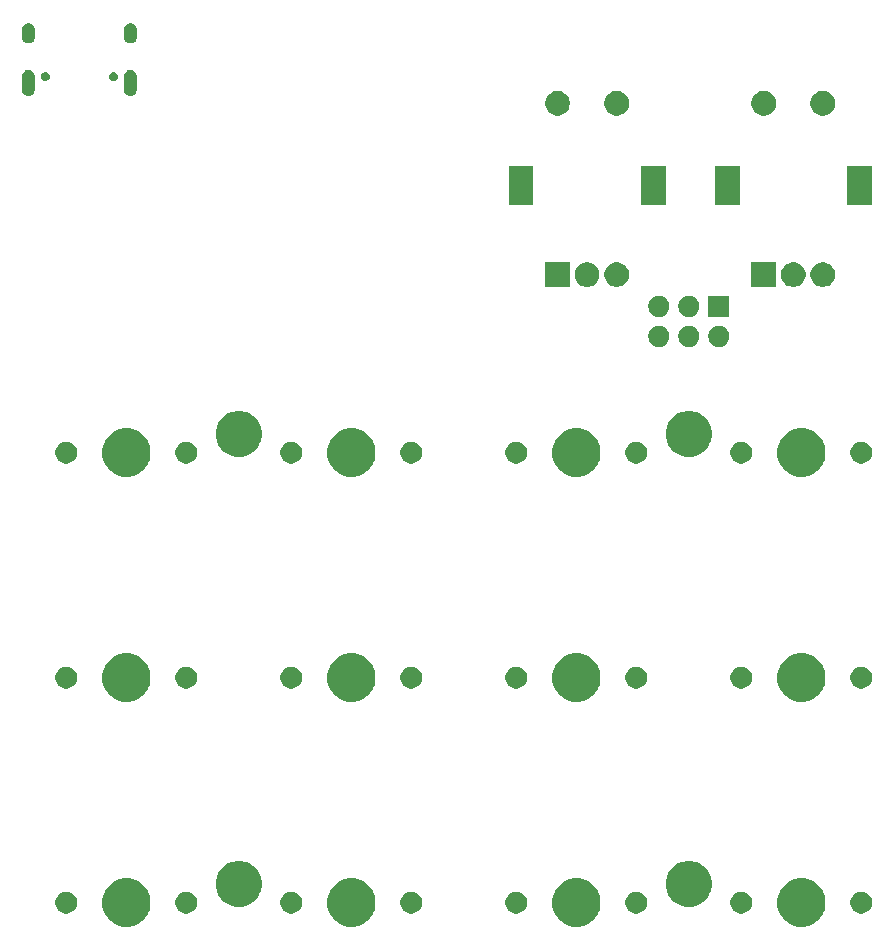
<source format=gbr>
%TF.GenerationSoftware,KiCad,Pcbnew,(5.1.4)-1*%
%TF.CreationDate,2024-03-23T03:19:33-07:00*%
%TF.ProjectId,macropad,6d616372-6f70-4616-942e-6b696361645f,rev?*%
%TF.SameCoordinates,Original*%
%TF.FileFunction,Soldermask,Top*%
%TF.FilePolarity,Negative*%
%FSLAX46Y46*%
G04 Gerber Fmt 4.6, Leading zero omitted, Abs format (unit mm)*
G04 Created by KiCad (PCBNEW (5.1.4)-1) date 2024-03-23 03:19:33*
%MOMM*%
%LPD*%
G04 APERTURE LIST*
%ADD10C,0.100000*%
G04 APERTURE END LIST*
D10*
G36*
X127596474Y-128208684D02*
G01*
X127814474Y-128298983D01*
X127968623Y-128362833D01*
X128303548Y-128586623D01*
X128588377Y-128871452D01*
X128812167Y-129206377D01*
X128844562Y-129284586D01*
X128966316Y-129578526D01*
X129044900Y-129973594D01*
X129044900Y-130376406D01*
X128966316Y-130771474D01*
X128915451Y-130894272D01*
X128812167Y-131143623D01*
X128588377Y-131478548D01*
X128303548Y-131763377D01*
X127968623Y-131987167D01*
X127814474Y-132051017D01*
X127596474Y-132141316D01*
X127201406Y-132219900D01*
X126798594Y-132219900D01*
X126403526Y-132141316D01*
X126185526Y-132051017D01*
X126031377Y-131987167D01*
X125696452Y-131763377D01*
X125411623Y-131478548D01*
X125187833Y-131143623D01*
X125084549Y-130894272D01*
X125033684Y-130771474D01*
X124955100Y-130376406D01*
X124955100Y-129973594D01*
X125033684Y-129578526D01*
X125155438Y-129284586D01*
X125187833Y-129206377D01*
X125411623Y-128871452D01*
X125696452Y-128586623D01*
X126031377Y-128362833D01*
X126185526Y-128298983D01*
X126403526Y-128208684D01*
X126798594Y-128130100D01*
X127201406Y-128130100D01*
X127596474Y-128208684D01*
X127596474Y-128208684D01*
G37*
G36*
X108546474Y-128208684D02*
G01*
X108764474Y-128298983D01*
X108918623Y-128362833D01*
X109253548Y-128586623D01*
X109538377Y-128871452D01*
X109762167Y-129206377D01*
X109794562Y-129284586D01*
X109916316Y-129578526D01*
X109994900Y-129973594D01*
X109994900Y-130376406D01*
X109916316Y-130771474D01*
X109865451Y-130894272D01*
X109762167Y-131143623D01*
X109538377Y-131478548D01*
X109253548Y-131763377D01*
X108918623Y-131987167D01*
X108764474Y-132051017D01*
X108546474Y-132141316D01*
X108151406Y-132219900D01*
X107748594Y-132219900D01*
X107353526Y-132141316D01*
X107135526Y-132051017D01*
X106981377Y-131987167D01*
X106646452Y-131763377D01*
X106361623Y-131478548D01*
X106137833Y-131143623D01*
X106034549Y-130894272D01*
X105983684Y-130771474D01*
X105905100Y-130376406D01*
X105905100Y-129973594D01*
X105983684Y-129578526D01*
X106105438Y-129284586D01*
X106137833Y-129206377D01*
X106361623Y-128871452D01*
X106646452Y-128586623D01*
X106981377Y-128362833D01*
X107135526Y-128298983D01*
X107353526Y-128208684D01*
X107748594Y-128130100D01*
X108151406Y-128130100D01*
X108546474Y-128208684D01*
X108546474Y-128208684D01*
G37*
G36*
X70446474Y-128208684D02*
G01*
X70664474Y-128298983D01*
X70818623Y-128362833D01*
X71153548Y-128586623D01*
X71438377Y-128871452D01*
X71662167Y-129206377D01*
X71694562Y-129284586D01*
X71816316Y-129578526D01*
X71894900Y-129973594D01*
X71894900Y-130376406D01*
X71816316Y-130771474D01*
X71765451Y-130894272D01*
X71662167Y-131143623D01*
X71438377Y-131478548D01*
X71153548Y-131763377D01*
X70818623Y-131987167D01*
X70664474Y-132051017D01*
X70446474Y-132141316D01*
X70051406Y-132219900D01*
X69648594Y-132219900D01*
X69253526Y-132141316D01*
X69035526Y-132051017D01*
X68881377Y-131987167D01*
X68546452Y-131763377D01*
X68261623Y-131478548D01*
X68037833Y-131143623D01*
X67934549Y-130894272D01*
X67883684Y-130771474D01*
X67805100Y-130376406D01*
X67805100Y-129973594D01*
X67883684Y-129578526D01*
X68005438Y-129284586D01*
X68037833Y-129206377D01*
X68261623Y-128871452D01*
X68546452Y-128586623D01*
X68881377Y-128362833D01*
X69035526Y-128298983D01*
X69253526Y-128208684D01*
X69648594Y-128130100D01*
X70051406Y-128130100D01*
X70446474Y-128208684D01*
X70446474Y-128208684D01*
G37*
G36*
X89496474Y-128208684D02*
G01*
X89714474Y-128298983D01*
X89868623Y-128362833D01*
X90203548Y-128586623D01*
X90488377Y-128871452D01*
X90712167Y-129206377D01*
X90744562Y-129284586D01*
X90866316Y-129578526D01*
X90944900Y-129973594D01*
X90944900Y-130376406D01*
X90866316Y-130771474D01*
X90815451Y-130894272D01*
X90712167Y-131143623D01*
X90488377Y-131478548D01*
X90203548Y-131763377D01*
X89868623Y-131987167D01*
X89714474Y-132051017D01*
X89496474Y-132141316D01*
X89101406Y-132219900D01*
X88698594Y-132219900D01*
X88303526Y-132141316D01*
X88085526Y-132051017D01*
X87931377Y-131987167D01*
X87596452Y-131763377D01*
X87311623Y-131478548D01*
X87087833Y-131143623D01*
X86984549Y-130894272D01*
X86933684Y-130771474D01*
X86855100Y-130376406D01*
X86855100Y-129973594D01*
X86933684Y-129578526D01*
X87055438Y-129284586D01*
X87087833Y-129206377D01*
X87311623Y-128871452D01*
X87596452Y-128586623D01*
X87931377Y-128362833D01*
X88085526Y-128298983D01*
X88303526Y-128208684D01*
X88698594Y-128130100D01*
X89101406Y-128130100D01*
X89496474Y-128208684D01*
X89496474Y-128208684D01*
G37*
G36*
X103140104Y-129284585D02*
G01*
X103308626Y-129354389D01*
X103460291Y-129455728D01*
X103589272Y-129584709D01*
X103690611Y-129736374D01*
X103760415Y-129904896D01*
X103796000Y-130083797D01*
X103796000Y-130266203D01*
X103760415Y-130445104D01*
X103690611Y-130613626D01*
X103589272Y-130765291D01*
X103460291Y-130894272D01*
X103308626Y-130995611D01*
X103140104Y-131065415D01*
X102961203Y-131101000D01*
X102778797Y-131101000D01*
X102599896Y-131065415D01*
X102431374Y-130995611D01*
X102279709Y-130894272D01*
X102150728Y-130765291D01*
X102049389Y-130613626D01*
X101979585Y-130445104D01*
X101944000Y-130266203D01*
X101944000Y-130083797D01*
X101979585Y-129904896D01*
X102049389Y-129736374D01*
X102150728Y-129584709D01*
X102279709Y-129455728D01*
X102431374Y-129354389D01*
X102599896Y-129284585D01*
X102778797Y-129249000D01*
X102961203Y-129249000D01*
X103140104Y-129284585D01*
X103140104Y-129284585D01*
G37*
G36*
X65040104Y-129284585D02*
G01*
X65208626Y-129354389D01*
X65360291Y-129455728D01*
X65489272Y-129584709D01*
X65590611Y-129736374D01*
X65660415Y-129904896D01*
X65696000Y-130083797D01*
X65696000Y-130266203D01*
X65660415Y-130445104D01*
X65590611Y-130613626D01*
X65489272Y-130765291D01*
X65360291Y-130894272D01*
X65208626Y-130995611D01*
X65040104Y-131065415D01*
X64861203Y-131101000D01*
X64678797Y-131101000D01*
X64499896Y-131065415D01*
X64331374Y-130995611D01*
X64179709Y-130894272D01*
X64050728Y-130765291D01*
X63949389Y-130613626D01*
X63879585Y-130445104D01*
X63844000Y-130266203D01*
X63844000Y-130083797D01*
X63879585Y-129904896D01*
X63949389Y-129736374D01*
X64050728Y-129584709D01*
X64179709Y-129455728D01*
X64331374Y-129354389D01*
X64499896Y-129284585D01*
X64678797Y-129249000D01*
X64861203Y-129249000D01*
X65040104Y-129284585D01*
X65040104Y-129284585D01*
G37*
G36*
X75200104Y-129284585D02*
G01*
X75368626Y-129354389D01*
X75520291Y-129455728D01*
X75649272Y-129584709D01*
X75750611Y-129736374D01*
X75820415Y-129904896D01*
X75856000Y-130083797D01*
X75856000Y-130266203D01*
X75820415Y-130445104D01*
X75750611Y-130613626D01*
X75649272Y-130765291D01*
X75520291Y-130894272D01*
X75368626Y-130995611D01*
X75200104Y-131065415D01*
X75021203Y-131101000D01*
X74838797Y-131101000D01*
X74659896Y-131065415D01*
X74491374Y-130995611D01*
X74339709Y-130894272D01*
X74210728Y-130765291D01*
X74109389Y-130613626D01*
X74039585Y-130445104D01*
X74004000Y-130266203D01*
X74004000Y-130083797D01*
X74039585Y-129904896D01*
X74109389Y-129736374D01*
X74210728Y-129584709D01*
X74339709Y-129455728D01*
X74491374Y-129354389D01*
X74659896Y-129284585D01*
X74838797Y-129249000D01*
X75021203Y-129249000D01*
X75200104Y-129284585D01*
X75200104Y-129284585D01*
G37*
G36*
X113300104Y-129284585D02*
G01*
X113468626Y-129354389D01*
X113620291Y-129455728D01*
X113749272Y-129584709D01*
X113850611Y-129736374D01*
X113920415Y-129904896D01*
X113956000Y-130083797D01*
X113956000Y-130266203D01*
X113920415Y-130445104D01*
X113850611Y-130613626D01*
X113749272Y-130765291D01*
X113620291Y-130894272D01*
X113468626Y-130995611D01*
X113300104Y-131065415D01*
X113121203Y-131101000D01*
X112938797Y-131101000D01*
X112759896Y-131065415D01*
X112591374Y-130995611D01*
X112439709Y-130894272D01*
X112310728Y-130765291D01*
X112209389Y-130613626D01*
X112139585Y-130445104D01*
X112104000Y-130266203D01*
X112104000Y-130083797D01*
X112139585Y-129904896D01*
X112209389Y-129736374D01*
X112310728Y-129584709D01*
X112439709Y-129455728D01*
X112591374Y-129354389D01*
X112759896Y-129284585D01*
X112938797Y-129249000D01*
X113121203Y-129249000D01*
X113300104Y-129284585D01*
X113300104Y-129284585D01*
G37*
G36*
X122190104Y-129284585D02*
G01*
X122358626Y-129354389D01*
X122510291Y-129455728D01*
X122639272Y-129584709D01*
X122740611Y-129736374D01*
X122810415Y-129904896D01*
X122846000Y-130083797D01*
X122846000Y-130266203D01*
X122810415Y-130445104D01*
X122740611Y-130613626D01*
X122639272Y-130765291D01*
X122510291Y-130894272D01*
X122358626Y-130995611D01*
X122190104Y-131065415D01*
X122011203Y-131101000D01*
X121828797Y-131101000D01*
X121649896Y-131065415D01*
X121481374Y-130995611D01*
X121329709Y-130894272D01*
X121200728Y-130765291D01*
X121099389Y-130613626D01*
X121029585Y-130445104D01*
X120994000Y-130266203D01*
X120994000Y-130083797D01*
X121029585Y-129904896D01*
X121099389Y-129736374D01*
X121200728Y-129584709D01*
X121329709Y-129455728D01*
X121481374Y-129354389D01*
X121649896Y-129284585D01*
X121828797Y-129249000D01*
X122011203Y-129249000D01*
X122190104Y-129284585D01*
X122190104Y-129284585D01*
G37*
G36*
X84090104Y-129284585D02*
G01*
X84258626Y-129354389D01*
X84410291Y-129455728D01*
X84539272Y-129584709D01*
X84640611Y-129736374D01*
X84710415Y-129904896D01*
X84746000Y-130083797D01*
X84746000Y-130266203D01*
X84710415Y-130445104D01*
X84640611Y-130613626D01*
X84539272Y-130765291D01*
X84410291Y-130894272D01*
X84258626Y-130995611D01*
X84090104Y-131065415D01*
X83911203Y-131101000D01*
X83728797Y-131101000D01*
X83549896Y-131065415D01*
X83381374Y-130995611D01*
X83229709Y-130894272D01*
X83100728Y-130765291D01*
X82999389Y-130613626D01*
X82929585Y-130445104D01*
X82894000Y-130266203D01*
X82894000Y-130083797D01*
X82929585Y-129904896D01*
X82999389Y-129736374D01*
X83100728Y-129584709D01*
X83229709Y-129455728D01*
X83381374Y-129354389D01*
X83549896Y-129284585D01*
X83728797Y-129249000D01*
X83911203Y-129249000D01*
X84090104Y-129284585D01*
X84090104Y-129284585D01*
G37*
G36*
X94250104Y-129284585D02*
G01*
X94418626Y-129354389D01*
X94570291Y-129455728D01*
X94699272Y-129584709D01*
X94800611Y-129736374D01*
X94870415Y-129904896D01*
X94906000Y-130083797D01*
X94906000Y-130266203D01*
X94870415Y-130445104D01*
X94800611Y-130613626D01*
X94699272Y-130765291D01*
X94570291Y-130894272D01*
X94418626Y-130995611D01*
X94250104Y-131065415D01*
X94071203Y-131101000D01*
X93888797Y-131101000D01*
X93709896Y-131065415D01*
X93541374Y-130995611D01*
X93389709Y-130894272D01*
X93260728Y-130765291D01*
X93159389Y-130613626D01*
X93089585Y-130445104D01*
X93054000Y-130266203D01*
X93054000Y-130083797D01*
X93089585Y-129904896D01*
X93159389Y-129736374D01*
X93260728Y-129584709D01*
X93389709Y-129455728D01*
X93541374Y-129354389D01*
X93709896Y-129284585D01*
X93888797Y-129249000D01*
X94071203Y-129249000D01*
X94250104Y-129284585D01*
X94250104Y-129284585D01*
G37*
G36*
X132350104Y-129284585D02*
G01*
X132518626Y-129354389D01*
X132670291Y-129455728D01*
X132799272Y-129584709D01*
X132900611Y-129736374D01*
X132970415Y-129904896D01*
X133006000Y-130083797D01*
X133006000Y-130266203D01*
X132970415Y-130445104D01*
X132900611Y-130613626D01*
X132799272Y-130765291D01*
X132670291Y-130894272D01*
X132518626Y-130995611D01*
X132350104Y-131065415D01*
X132171203Y-131101000D01*
X131988797Y-131101000D01*
X131809896Y-131065415D01*
X131641374Y-130995611D01*
X131489709Y-130894272D01*
X131360728Y-130765291D01*
X131259389Y-130613626D01*
X131189585Y-130445104D01*
X131154000Y-130266203D01*
X131154000Y-130083797D01*
X131189585Y-129904896D01*
X131259389Y-129736374D01*
X131360728Y-129584709D01*
X131489709Y-129455728D01*
X131641374Y-129354389D01*
X131809896Y-129284585D01*
X131988797Y-129249000D01*
X132171203Y-129249000D01*
X132350104Y-129284585D01*
X132350104Y-129284585D01*
G37*
G36*
X79944085Y-126711475D02*
G01*
X80299143Y-126858545D01*
X80299145Y-126858546D01*
X80618690Y-127072059D01*
X80890441Y-127343810D01*
X81103954Y-127663355D01*
X81103955Y-127663357D01*
X81251025Y-128018415D01*
X81326000Y-128395342D01*
X81326000Y-128779658D01*
X81251025Y-129156585D01*
X81127116Y-129455728D01*
X81103954Y-129511645D01*
X80890441Y-129831190D01*
X80618690Y-130102941D01*
X80299145Y-130316454D01*
X80299144Y-130316455D01*
X80299143Y-130316455D01*
X79944085Y-130463525D01*
X79567158Y-130538500D01*
X79182842Y-130538500D01*
X78805915Y-130463525D01*
X78450857Y-130316455D01*
X78450856Y-130316455D01*
X78450855Y-130316454D01*
X78131310Y-130102941D01*
X77859559Y-129831190D01*
X77646046Y-129511645D01*
X77622884Y-129455728D01*
X77498975Y-129156585D01*
X77424000Y-128779658D01*
X77424000Y-128395342D01*
X77498975Y-128018415D01*
X77646045Y-127663357D01*
X77646046Y-127663355D01*
X77859559Y-127343810D01*
X78131310Y-127072059D01*
X78450855Y-126858546D01*
X78450857Y-126858545D01*
X78805915Y-126711475D01*
X79182842Y-126636500D01*
X79567158Y-126636500D01*
X79944085Y-126711475D01*
X79944085Y-126711475D01*
G37*
G36*
X118044085Y-126711475D02*
G01*
X118399143Y-126858545D01*
X118399145Y-126858546D01*
X118718690Y-127072059D01*
X118990441Y-127343810D01*
X119203954Y-127663355D01*
X119203955Y-127663357D01*
X119351025Y-128018415D01*
X119426000Y-128395342D01*
X119426000Y-128779658D01*
X119351025Y-129156585D01*
X119227116Y-129455728D01*
X119203954Y-129511645D01*
X118990441Y-129831190D01*
X118718690Y-130102941D01*
X118399145Y-130316454D01*
X118399144Y-130316455D01*
X118399143Y-130316455D01*
X118044085Y-130463525D01*
X117667158Y-130538500D01*
X117282842Y-130538500D01*
X116905915Y-130463525D01*
X116550857Y-130316455D01*
X116550856Y-130316455D01*
X116550855Y-130316454D01*
X116231310Y-130102941D01*
X115959559Y-129831190D01*
X115746046Y-129511645D01*
X115722884Y-129455728D01*
X115598975Y-129156585D01*
X115524000Y-128779658D01*
X115524000Y-128395342D01*
X115598975Y-128018415D01*
X115746045Y-127663357D01*
X115746046Y-127663355D01*
X115959559Y-127343810D01*
X116231310Y-127072059D01*
X116550855Y-126858546D01*
X116550857Y-126858545D01*
X116905915Y-126711475D01*
X117282842Y-126636500D01*
X117667158Y-126636500D01*
X118044085Y-126711475D01*
X118044085Y-126711475D01*
G37*
G36*
X127596474Y-109158684D02*
G01*
X127814474Y-109248983D01*
X127968623Y-109312833D01*
X128303548Y-109536623D01*
X128588377Y-109821452D01*
X128812167Y-110156377D01*
X128844562Y-110234586D01*
X128966316Y-110528526D01*
X129044900Y-110923594D01*
X129044900Y-111326406D01*
X128966316Y-111721474D01*
X128915451Y-111844272D01*
X128812167Y-112093623D01*
X128588377Y-112428548D01*
X128303548Y-112713377D01*
X127968623Y-112937167D01*
X127814474Y-113001017D01*
X127596474Y-113091316D01*
X127201406Y-113169900D01*
X126798594Y-113169900D01*
X126403526Y-113091316D01*
X126185526Y-113001017D01*
X126031377Y-112937167D01*
X125696452Y-112713377D01*
X125411623Y-112428548D01*
X125187833Y-112093623D01*
X125084549Y-111844272D01*
X125033684Y-111721474D01*
X124955100Y-111326406D01*
X124955100Y-110923594D01*
X125033684Y-110528526D01*
X125155438Y-110234586D01*
X125187833Y-110156377D01*
X125411623Y-109821452D01*
X125696452Y-109536623D01*
X126031377Y-109312833D01*
X126185526Y-109248983D01*
X126403526Y-109158684D01*
X126798594Y-109080100D01*
X127201406Y-109080100D01*
X127596474Y-109158684D01*
X127596474Y-109158684D01*
G37*
G36*
X108546474Y-109158684D02*
G01*
X108764474Y-109248983D01*
X108918623Y-109312833D01*
X109253548Y-109536623D01*
X109538377Y-109821452D01*
X109762167Y-110156377D01*
X109794562Y-110234586D01*
X109916316Y-110528526D01*
X109994900Y-110923594D01*
X109994900Y-111326406D01*
X109916316Y-111721474D01*
X109865451Y-111844272D01*
X109762167Y-112093623D01*
X109538377Y-112428548D01*
X109253548Y-112713377D01*
X108918623Y-112937167D01*
X108764474Y-113001017D01*
X108546474Y-113091316D01*
X108151406Y-113169900D01*
X107748594Y-113169900D01*
X107353526Y-113091316D01*
X107135526Y-113001017D01*
X106981377Y-112937167D01*
X106646452Y-112713377D01*
X106361623Y-112428548D01*
X106137833Y-112093623D01*
X106034549Y-111844272D01*
X105983684Y-111721474D01*
X105905100Y-111326406D01*
X105905100Y-110923594D01*
X105983684Y-110528526D01*
X106105438Y-110234586D01*
X106137833Y-110156377D01*
X106361623Y-109821452D01*
X106646452Y-109536623D01*
X106981377Y-109312833D01*
X107135526Y-109248983D01*
X107353526Y-109158684D01*
X107748594Y-109080100D01*
X108151406Y-109080100D01*
X108546474Y-109158684D01*
X108546474Y-109158684D01*
G37*
G36*
X89496474Y-109158684D02*
G01*
X89714474Y-109248983D01*
X89868623Y-109312833D01*
X90203548Y-109536623D01*
X90488377Y-109821452D01*
X90712167Y-110156377D01*
X90744562Y-110234586D01*
X90866316Y-110528526D01*
X90944900Y-110923594D01*
X90944900Y-111326406D01*
X90866316Y-111721474D01*
X90815451Y-111844272D01*
X90712167Y-112093623D01*
X90488377Y-112428548D01*
X90203548Y-112713377D01*
X89868623Y-112937167D01*
X89714474Y-113001017D01*
X89496474Y-113091316D01*
X89101406Y-113169900D01*
X88698594Y-113169900D01*
X88303526Y-113091316D01*
X88085526Y-113001017D01*
X87931377Y-112937167D01*
X87596452Y-112713377D01*
X87311623Y-112428548D01*
X87087833Y-112093623D01*
X86984549Y-111844272D01*
X86933684Y-111721474D01*
X86855100Y-111326406D01*
X86855100Y-110923594D01*
X86933684Y-110528526D01*
X87055438Y-110234586D01*
X87087833Y-110156377D01*
X87311623Y-109821452D01*
X87596452Y-109536623D01*
X87931377Y-109312833D01*
X88085526Y-109248983D01*
X88303526Y-109158684D01*
X88698594Y-109080100D01*
X89101406Y-109080100D01*
X89496474Y-109158684D01*
X89496474Y-109158684D01*
G37*
G36*
X70446474Y-109158684D02*
G01*
X70664474Y-109248983D01*
X70818623Y-109312833D01*
X71153548Y-109536623D01*
X71438377Y-109821452D01*
X71662167Y-110156377D01*
X71694562Y-110234586D01*
X71816316Y-110528526D01*
X71894900Y-110923594D01*
X71894900Y-111326406D01*
X71816316Y-111721474D01*
X71765451Y-111844272D01*
X71662167Y-112093623D01*
X71438377Y-112428548D01*
X71153548Y-112713377D01*
X70818623Y-112937167D01*
X70664474Y-113001017D01*
X70446474Y-113091316D01*
X70051406Y-113169900D01*
X69648594Y-113169900D01*
X69253526Y-113091316D01*
X69035526Y-113001017D01*
X68881377Y-112937167D01*
X68546452Y-112713377D01*
X68261623Y-112428548D01*
X68037833Y-112093623D01*
X67934549Y-111844272D01*
X67883684Y-111721474D01*
X67805100Y-111326406D01*
X67805100Y-110923594D01*
X67883684Y-110528526D01*
X68005438Y-110234586D01*
X68037833Y-110156377D01*
X68261623Y-109821452D01*
X68546452Y-109536623D01*
X68881377Y-109312833D01*
X69035526Y-109248983D01*
X69253526Y-109158684D01*
X69648594Y-109080100D01*
X70051406Y-109080100D01*
X70446474Y-109158684D01*
X70446474Y-109158684D01*
G37*
G36*
X84090104Y-110234585D02*
G01*
X84258626Y-110304389D01*
X84410291Y-110405728D01*
X84539272Y-110534709D01*
X84640611Y-110686374D01*
X84710415Y-110854896D01*
X84746000Y-111033797D01*
X84746000Y-111216203D01*
X84710415Y-111395104D01*
X84640611Y-111563626D01*
X84539272Y-111715291D01*
X84410291Y-111844272D01*
X84258626Y-111945611D01*
X84090104Y-112015415D01*
X83911203Y-112051000D01*
X83728797Y-112051000D01*
X83549896Y-112015415D01*
X83381374Y-111945611D01*
X83229709Y-111844272D01*
X83100728Y-111715291D01*
X82999389Y-111563626D01*
X82929585Y-111395104D01*
X82894000Y-111216203D01*
X82894000Y-111033797D01*
X82929585Y-110854896D01*
X82999389Y-110686374D01*
X83100728Y-110534709D01*
X83229709Y-110405728D01*
X83381374Y-110304389D01*
X83549896Y-110234585D01*
X83728797Y-110199000D01*
X83911203Y-110199000D01*
X84090104Y-110234585D01*
X84090104Y-110234585D01*
G37*
G36*
X65040104Y-110234585D02*
G01*
X65208626Y-110304389D01*
X65360291Y-110405728D01*
X65489272Y-110534709D01*
X65590611Y-110686374D01*
X65660415Y-110854896D01*
X65696000Y-111033797D01*
X65696000Y-111216203D01*
X65660415Y-111395104D01*
X65590611Y-111563626D01*
X65489272Y-111715291D01*
X65360291Y-111844272D01*
X65208626Y-111945611D01*
X65040104Y-112015415D01*
X64861203Y-112051000D01*
X64678797Y-112051000D01*
X64499896Y-112015415D01*
X64331374Y-111945611D01*
X64179709Y-111844272D01*
X64050728Y-111715291D01*
X63949389Y-111563626D01*
X63879585Y-111395104D01*
X63844000Y-111216203D01*
X63844000Y-111033797D01*
X63879585Y-110854896D01*
X63949389Y-110686374D01*
X64050728Y-110534709D01*
X64179709Y-110405728D01*
X64331374Y-110304389D01*
X64499896Y-110234585D01*
X64678797Y-110199000D01*
X64861203Y-110199000D01*
X65040104Y-110234585D01*
X65040104Y-110234585D01*
G37*
G36*
X75200104Y-110234585D02*
G01*
X75368626Y-110304389D01*
X75520291Y-110405728D01*
X75649272Y-110534709D01*
X75750611Y-110686374D01*
X75820415Y-110854896D01*
X75856000Y-111033797D01*
X75856000Y-111216203D01*
X75820415Y-111395104D01*
X75750611Y-111563626D01*
X75649272Y-111715291D01*
X75520291Y-111844272D01*
X75368626Y-111945611D01*
X75200104Y-112015415D01*
X75021203Y-112051000D01*
X74838797Y-112051000D01*
X74659896Y-112015415D01*
X74491374Y-111945611D01*
X74339709Y-111844272D01*
X74210728Y-111715291D01*
X74109389Y-111563626D01*
X74039585Y-111395104D01*
X74004000Y-111216203D01*
X74004000Y-111033797D01*
X74039585Y-110854896D01*
X74109389Y-110686374D01*
X74210728Y-110534709D01*
X74339709Y-110405728D01*
X74491374Y-110304389D01*
X74659896Y-110234585D01*
X74838797Y-110199000D01*
X75021203Y-110199000D01*
X75200104Y-110234585D01*
X75200104Y-110234585D01*
G37*
G36*
X94250104Y-110234585D02*
G01*
X94418626Y-110304389D01*
X94570291Y-110405728D01*
X94699272Y-110534709D01*
X94800611Y-110686374D01*
X94870415Y-110854896D01*
X94906000Y-111033797D01*
X94906000Y-111216203D01*
X94870415Y-111395104D01*
X94800611Y-111563626D01*
X94699272Y-111715291D01*
X94570291Y-111844272D01*
X94418626Y-111945611D01*
X94250104Y-112015415D01*
X94071203Y-112051000D01*
X93888797Y-112051000D01*
X93709896Y-112015415D01*
X93541374Y-111945611D01*
X93389709Y-111844272D01*
X93260728Y-111715291D01*
X93159389Y-111563626D01*
X93089585Y-111395104D01*
X93054000Y-111216203D01*
X93054000Y-111033797D01*
X93089585Y-110854896D01*
X93159389Y-110686374D01*
X93260728Y-110534709D01*
X93389709Y-110405728D01*
X93541374Y-110304389D01*
X93709896Y-110234585D01*
X93888797Y-110199000D01*
X94071203Y-110199000D01*
X94250104Y-110234585D01*
X94250104Y-110234585D01*
G37*
G36*
X103140104Y-110234585D02*
G01*
X103308626Y-110304389D01*
X103460291Y-110405728D01*
X103589272Y-110534709D01*
X103690611Y-110686374D01*
X103760415Y-110854896D01*
X103796000Y-111033797D01*
X103796000Y-111216203D01*
X103760415Y-111395104D01*
X103690611Y-111563626D01*
X103589272Y-111715291D01*
X103460291Y-111844272D01*
X103308626Y-111945611D01*
X103140104Y-112015415D01*
X102961203Y-112051000D01*
X102778797Y-112051000D01*
X102599896Y-112015415D01*
X102431374Y-111945611D01*
X102279709Y-111844272D01*
X102150728Y-111715291D01*
X102049389Y-111563626D01*
X101979585Y-111395104D01*
X101944000Y-111216203D01*
X101944000Y-111033797D01*
X101979585Y-110854896D01*
X102049389Y-110686374D01*
X102150728Y-110534709D01*
X102279709Y-110405728D01*
X102431374Y-110304389D01*
X102599896Y-110234585D01*
X102778797Y-110199000D01*
X102961203Y-110199000D01*
X103140104Y-110234585D01*
X103140104Y-110234585D01*
G37*
G36*
X122190104Y-110234585D02*
G01*
X122358626Y-110304389D01*
X122510291Y-110405728D01*
X122639272Y-110534709D01*
X122740611Y-110686374D01*
X122810415Y-110854896D01*
X122846000Y-111033797D01*
X122846000Y-111216203D01*
X122810415Y-111395104D01*
X122740611Y-111563626D01*
X122639272Y-111715291D01*
X122510291Y-111844272D01*
X122358626Y-111945611D01*
X122190104Y-112015415D01*
X122011203Y-112051000D01*
X121828797Y-112051000D01*
X121649896Y-112015415D01*
X121481374Y-111945611D01*
X121329709Y-111844272D01*
X121200728Y-111715291D01*
X121099389Y-111563626D01*
X121029585Y-111395104D01*
X120994000Y-111216203D01*
X120994000Y-111033797D01*
X121029585Y-110854896D01*
X121099389Y-110686374D01*
X121200728Y-110534709D01*
X121329709Y-110405728D01*
X121481374Y-110304389D01*
X121649896Y-110234585D01*
X121828797Y-110199000D01*
X122011203Y-110199000D01*
X122190104Y-110234585D01*
X122190104Y-110234585D01*
G37*
G36*
X113300104Y-110234585D02*
G01*
X113468626Y-110304389D01*
X113620291Y-110405728D01*
X113749272Y-110534709D01*
X113850611Y-110686374D01*
X113920415Y-110854896D01*
X113956000Y-111033797D01*
X113956000Y-111216203D01*
X113920415Y-111395104D01*
X113850611Y-111563626D01*
X113749272Y-111715291D01*
X113620291Y-111844272D01*
X113468626Y-111945611D01*
X113300104Y-112015415D01*
X113121203Y-112051000D01*
X112938797Y-112051000D01*
X112759896Y-112015415D01*
X112591374Y-111945611D01*
X112439709Y-111844272D01*
X112310728Y-111715291D01*
X112209389Y-111563626D01*
X112139585Y-111395104D01*
X112104000Y-111216203D01*
X112104000Y-111033797D01*
X112139585Y-110854896D01*
X112209389Y-110686374D01*
X112310728Y-110534709D01*
X112439709Y-110405728D01*
X112591374Y-110304389D01*
X112759896Y-110234585D01*
X112938797Y-110199000D01*
X113121203Y-110199000D01*
X113300104Y-110234585D01*
X113300104Y-110234585D01*
G37*
G36*
X132350104Y-110234585D02*
G01*
X132518626Y-110304389D01*
X132670291Y-110405728D01*
X132799272Y-110534709D01*
X132900611Y-110686374D01*
X132970415Y-110854896D01*
X133006000Y-111033797D01*
X133006000Y-111216203D01*
X132970415Y-111395104D01*
X132900611Y-111563626D01*
X132799272Y-111715291D01*
X132670291Y-111844272D01*
X132518626Y-111945611D01*
X132350104Y-112015415D01*
X132171203Y-112051000D01*
X131988797Y-112051000D01*
X131809896Y-112015415D01*
X131641374Y-111945611D01*
X131489709Y-111844272D01*
X131360728Y-111715291D01*
X131259389Y-111563626D01*
X131189585Y-111395104D01*
X131154000Y-111216203D01*
X131154000Y-111033797D01*
X131189585Y-110854896D01*
X131259389Y-110686374D01*
X131360728Y-110534709D01*
X131489709Y-110405728D01*
X131641374Y-110304389D01*
X131809896Y-110234585D01*
X131988797Y-110199000D01*
X132171203Y-110199000D01*
X132350104Y-110234585D01*
X132350104Y-110234585D01*
G37*
G36*
X70446474Y-90108684D02*
G01*
X70664474Y-90198983D01*
X70818623Y-90262833D01*
X71153548Y-90486623D01*
X71438377Y-90771452D01*
X71662167Y-91106377D01*
X71694562Y-91184586D01*
X71816316Y-91478526D01*
X71894900Y-91873594D01*
X71894900Y-92276406D01*
X71816316Y-92671474D01*
X71765451Y-92794272D01*
X71662167Y-93043623D01*
X71438377Y-93378548D01*
X71153548Y-93663377D01*
X70818623Y-93887167D01*
X70664474Y-93951017D01*
X70446474Y-94041316D01*
X70051406Y-94119900D01*
X69648594Y-94119900D01*
X69253526Y-94041316D01*
X69035526Y-93951017D01*
X68881377Y-93887167D01*
X68546452Y-93663377D01*
X68261623Y-93378548D01*
X68037833Y-93043623D01*
X67934549Y-92794272D01*
X67883684Y-92671474D01*
X67805100Y-92276406D01*
X67805100Y-91873594D01*
X67883684Y-91478526D01*
X68005438Y-91184586D01*
X68037833Y-91106377D01*
X68261623Y-90771452D01*
X68546452Y-90486623D01*
X68881377Y-90262833D01*
X69035526Y-90198983D01*
X69253526Y-90108684D01*
X69648594Y-90030100D01*
X70051406Y-90030100D01*
X70446474Y-90108684D01*
X70446474Y-90108684D01*
G37*
G36*
X108546474Y-90108684D02*
G01*
X108764474Y-90198983D01*
X108918623Y-90262833D01*
X109253548Y-90486623D01*
X109538377Y-90771452D01*
X109762167Y-91106377D01*
X109794562Y-91184586D01*
X109916316Y-91478526D01*
X109994900Y-91873594D01*
X109994900Y-92276406D01*
X109916316Y-92671474D01*
X109865451Y-92794272D01*
X109762167Y-93043623D01*
X109538377Y-93378548D01*
X109253548Y-93663377D01*
X108918623Y-93887167D01*
X108764474Y-93951017D01*
X108546474Y-94041316D01*
X108151406Y-94119900D01*
X107748594Y-94119900D01*
X107353526Y-94041316D01*
X107135526Y-93951017D01*
X106981377Y-93887167D01*
X106646452Y-93663377D01*
X106361623Y-93378548D01*
X106137833Y-93043623D01*
X106034549Y-92794272D01*
X105983684Y-92671474D01*
X105905100Y-92276406D01*
X105905100Y-91873594D01*
X105983684Y-91478526D01*
X106105438Y-91184586D01*
X106137833Y-91106377D01*
X106361623Y-90771452D01*
X106646452Y-90486623D01*
X106981377Y-90262833D01*
X107135526Y-90198983D01*
X107353526Y-90108684D01*
X107748594Y-90030100D01*
X108151406Y-90030100D01*
X108546474Y-90108684D01*
X108546474Y-90108684D01*
G37*
G36*
X89496474Y-90108684D02*
G01*
X89714474Y-90198983D01*
X89868623Y-90262833D01*
X90203548Y-90486623D01*
X90488377Y-90771452D01*
X90712167Y-91106377D01*
X90744562Y-91184586D01*
X90866316Y-91478526D01*
X90944900Y-91873594D01*
X90944900Y-92276406D01*
X90866316Y-92671474D01*
X90815451Y-92794272D01*
X90712167Y-93043623D01*
X90488377Y-93378548D01*
X90203548Y-93663377D01*
X89868623Y-93887167D01*
X89714474Y-93951017D01*
X89496474Y-94041316D01*
X89101406Y-94119900D01*
X88698594Y-94119900D01*
X88303526Y-94041316D01*
X88085526Y-93951017D01*
X87931377Y-93887167D01*
X87596452Y-93663377D01*
X87311623Y-93378548D01*
X87087833Y-93043623D01*
X86984549Y-92794272D01*
X86933684Y-92671474D01*
X86855100Y-92276406D01*
X86855100Y-91873594D01*
X86933684Y-91478526D01*
X87055438Y-91184586D01*
X87087833Y-91106377D01*
X87311623Y-90771452D01*
X87596452Y-90486623D01*
X87931377Y-90262833D01*
X88085526Y-90198983D01*
X88303526Y-90108684D01*
X88698594Y-90030100D01*
X89101406Y-90030100D01*
X89496474Y-90108684D01*
X89496474Y-90108684D01*
G37*
G36*
X127596474Y-90108684D02*
G01*
X127814474Y-90198983D01*
X127968623Y-90262833D01*
X128303548Y-90486623D01*
X128588377Y-90771452D01*
X128812167Y-91106377D01*
X128844562Y-91184586D01*
X128966316Y-91478526D01*
X129044900Y-91873594D01*
X129044900Y-92276406D01*
X128966316Y-92671474D01*
X128915451Y-92794272D01*
X128812167Y-93043623D01*
X128588377Y-93378548D01*
X128303548Y-93663377D01*
X127968623Y-93887167D01*
X127814474Y-93951017D01*
X127596474Y-94041316D01*
X127201406Y-94119900D01*
X126798594Y-94119900D01*
X126403526Y-94041316D01*
X126185526Y-93951017D01*
X126031377Y-93887167D01*
X125696452Y-93663377D01*
X125411623Y-93378548D01*
X125187833Y-93043623D01*
X125084549Y-92794272D01*
X125033684Y-92671474D01*
X124955100Y-92276406D01*
X124955100Y-91873594D01*
X125033684Y-91478526D01*
X125155438Y-91184586D01*
X125187833Y-91106377D01*
X125411623Y-90771452D01*
X125696452Y-90486623D01*
X126031377Y-90262833D01*
X126185526Y-90198983D01*
X126403526Y-90108684D01*
X126798594Y-90030100D01*
X127201406Y-90030100D01*
X127596474Y-90108684D01*
X127596474Y-90108684D01*
G37*
G36*
X65040104Y-91184585D02*
G01*
X65208626Y-91254389D01*
X65360291Y-91355728D01*
X65489272Y-91484709D01*
X65590611Y-91636374D01*
X65660415Y-91804896D01*
X65696000Y-91983797D01*
X65696000Y-92166203D01*
X65660415Y-92345104D01*
X65590611Y-92513626D01*
X65489272Y-92665291D01*
X65360291Y-92794272D01*
X65208626Y-92895611D01*
X65040104Y-92965415D01*
X64861203Y-93001000D01*
X64678797Y-93001000D01*
X64499896Y-92965415D01*
X64331374Y-92895611D01*
X64179709Y-92794272D01*
X64050728Y-92665291D01*
X63949389Y-92513626D01*
X63879585Y-92345104D01*
X63844000Y-92166203D01*
X63844000Y-91983797D01*
X63879585Y-91804896D01*
X63949389Y-91636374D01*
X64050728Y-91484709D01*
X64179709Y-91355728D01*
X64331374Y-91254389D01*
X64499896Y-91184585D01*
X64678797Y-91149000D01*
X64861203Y-91149000D01*
X65040104Y-91184585D01*
X65040104Y-91184585D01*
G37*
G36*
X75200104Y-91184585D02*
G01*
X75368626Y-91254389D01*
X75520291Y-91355728D01*
X75649272Y-91484709D01*
X75750611Y-91636374D01*
X75820415Y-91804896D01*
X75856000Y-91983797D01*
X75856000Y-92166203D01*
X75820415Y-92345104D01*
X75750611Y-92513626D01*
X75649272Y-92665291D01*
X75520291Y-92794272D01*
X75368626Y-92895611D01*
X75200104Y-92965415D01*
X75021203Y-93001000D01*
X74838797Y-93001000D01*
X74659896Y-92965415D01*
X74491374Y-92895611D01*
X74339709Y-92794272D01*
X74210728Y-92665291D01*
X74109389Y-92513626D01*
X74039585Y-92345104D01*
X74004000Y-92166203D01*
X74004000Y-91983797D01*
X74039585Y-91804896D01*
X74109389Y-91636374D01*
X74210728Y-91484709D01*
X74339709Y-91355728D01*
X74491374Y-91254389D01*
X74659896Y-91184585D01*
X74838797Y-91149000D01*
X75021203Y-91149000D01*
X75200104Y-91184585D01*
X75200104Y-91184585D01*
G37*
G36*
X84090104Y-91184585D02*
G01*
X84258626Y-91254389D01*
X84410291Y-91355728D01*
X84539272Y-91484709D01*
X84640611Y-91636374D01*
X84710415Y-91804896D01*
X84746000Y-91983797D01*
X84746000Y-92166203D01*
X84710415Y-92345104D01*
X84640611Y-92513626D01*
X84539272Y-92665291D01*
X84410291Y-92794272D01*
X84258626Y-92895611D01*
X84090104Y-92965415D01*
X83911203Y-93001000D01*
X83728797Y-93001000D01*
X83549896Y-92965415D01*
X83381374Y-92895611D01*
X83229709Y-92794272D01*
X83100728Y-92665291D01*
X82999389Y-92513626D01*
X82929585Y-92345104D01*
X82894000Y-92166203D01*
X82894000Y-91983797D01*
X82929585Y-91804896D01*
X82999389Y-91636374D01*
X83100728Y-91484709D01*
X83229709Y-91355728D01*
X83381374Y-91254389D01*
X83549896Y-91184585D01*
X83728797Y-91149000D01*
X83911203Y-91149000D01*
X84090104Y-91184585D01*
X84090104Y-91184585D01*
G37*
G36*
X132350104Y-91184585D02*
G01*
X132518626Y-91254389D01*
X132670291Y-91355728D01*
X132799272Y-91484709D01*
X132900611Y-91636374D01*
X132970415Y-91804896D01*
X133006000Y-91983797D01*
X133006000Y-92166203D01*
X132970415Y-92345104D01*
X132900611Y-92513626D01*
X132799272Y-92665291D01*
X132670291Y-92794272D01*
X132518626Y-92895611D01*
X132350104Y-92965415D01*
X132171203Y-93001000D01*
X131988797Y-93001000D01*
X131809896Y-92965415D01*
X131641374Y-92895611D01*
X131489709Y-92794272D01*
X131360728Y-92665291D01*
X131259389Y-92513626D01*
X131189585Y-92345104D01*
X131154000Y-92166203D01*
X131154000Y-91983797D01*
X131189585Y-91804896D01*
X131259389Y-91636374D01*
X131360728Y-91484709D01*
X131489709Y-91355728D01*
X131641374Y-91254389D01*
X131809896Y-91184585D01*
X131988797Y-91149000D01*
X132171203Y-91149000D01*
X132350104Y-91184585D01*
X132350104Y-91184585D01*
G37*
G36*
X113300104Y-91184585D02*
G01*
X113468626Y-91254389D01*
X113620291Y-91355728D01*
X113749272Y-91484709D01*
X113850611Y-91636374D01*
X113920415Y-91804896D01*
X113956000Y-91983797D01*
X113956000Y-92166203D01*
X113920415Y-92345104D01*
X113850611Y-92513626D01*
X113749272Y-92665291D01*
X113620291Y-92794272D01*
X113468626Y-92895611D01*
X113300104Y-92965415D01*
X113121203Y-93001000D01*
X112938797Y-93001000D01*
X112759896Y-92965415D01*
X112591374Y-92895611D01*
X112439709Y-92794272D01*
X112310728Y-92665291D01*
X112209389Y-92513626D01*
X112139585Y-92345104D01*
X112104000Y-92166203D01*
X112104000Y-91983797D01*
X112139585Y-91804896D01*
X112209389Y-91636374D01*
X112310728Y-91484709D01*
X112439709Y-91355728D01*
X112591374Y-91254389D01*
X112759896Y-91184585D01*
X112938797Y-91149000D01*
X113121203Y-91149000D01*
X113300104Y-91184585D01*
X113300104Y-91184585D01*
G37*
G36*
X122190104Y-91184585D02*
G01*
X122358626Y-91254389D01*
X122510291Y-91355728D01*
X122639272Y-91484709D01*
X122740611Y-91636374D01*
X122810415Y-91804896D01*
X122846000Y-91983797D01*
X122846000Y-92166203D01*
X122810415Y-92345104D01*
X122740611Y-92513626D01*
X122639272Y-92665291D01*
X122510291Y-92794272D01*
X122358626Y-92895611D01*
X122190104Y-92965415D01*
X122011203Y-93001000D01*
X121828797Y-93001000D01*
X121649896Y-92965415D01*
X121481374Y-92895611D01*
X121329709Y-92794272D01*
X121200728Y-92665291D01*
X121099389Y-92513626D01*
X121029585Y-92345104D01*
X120994000Y-92166203D01*
X120994000Y-91983797D01*
X121029585Y-91804896D01*
X121099389Y-91636374D01*
X121200728Y-91484709D01*
X121329709Y-91355728D01*
X121481374Y-91254389D01*
X121649896Y-91184585D01*
X121828797Y-91149000D01*
X122011203Y-91149000D01*
X122190104Y-91184585D01*
X122190104Y-91184585D01*
G37*
G36*
X94250104Y-91184585D02*
G01*
X94418626Y-91254389D01*
X94570291Y-91355728D01*
X94699272Y-91484709D01*
X94800611Y-91636374D01*
X94870415Y-91804896D01*
X94906000Y-91983797D01*
X94906000Y-92166203D01*
X94870415Y-92345104D01*
X94800611Y-92513626D01*
X94699272Y-92665291D01*
X94570291Y-92794272D01*
X94418626Y-92895611D01*
X94250104Y-92965415D01*
X94071203Y-93001000D01*
X93888797Y-93001000D01*
X93709896Y-92965415D01*
X93541374Y-92895611D01*
X93389709Y-92794272D01*
X93260728Y-92665291D01*
X93159389Y-92513626D01*
X93089585Y-92345104D01*
X93054000Y-92166203D01*
X93054000Y-91983797D01*
X93089585Y-91804896D01*
X93159389Y-91636374D01*
X93260728Y-91484709D01*
X93389709Y-91355728D01*
X93541374Y-91254389D01*
X93709896Y-91184585D01*
X93888797Y-91149000D01*
X94071203Y-91149000D01*
X94250104Y-91184585D01*
X94250104Y-91184585D01*
G37*
G36*
X103140104Y-91184585D02*
G01*
X103308626Y-91254389D01*
X103460291Y-91355728D01*
X103589272Y-91484709D01*
X103690611Y-91636374D01*
X103760415Y-91804896D01*
X103796000Y-91983797D01*
X103796000Y-92166203D01*
X103760415Y-92345104D01*
X103690611Y-92513626D01*
X103589272Y-92665291D01*
X103460291Y-92794272D01*
X103308626Y-92895611D01*
X103140104Y-92965415D01*
X102961203Y-93001000D01*
X102778797Y-93001000D01*
X102599896Y-92965415D01*
X102431374Y-92895611D01*
X102279709Y-92794272D01*
X102150728Y-92665291D01*
X102049389Y-92513626D01*
X101979585Y-92345104D01*
X101944000Y-92166203D01*
X101944000Y-91983797D01*
X101979585Y-91804896D01*
X102049389Y-91636374D01*
X102150728Y-91484709D01*
X102279709Y-91355728D01*
X102431374Y-91254389D01*
X102599896Y-91184585D01*
X102778797Y-91149000D01*
X102961203Y-91149000D01*
X103140104Y-91184585D01*
X103140104Y-91184585D01*
G37*
G36*
X79944085Y-88611475D02*
G01*
X80299143Y-88758545D01*
X80299145Y-88758546D01*
X80618690Y-88972059D01*
X80890441Y-89243810D01*
X81103954Y-89563355D01*
X81103955Y-89563357D01*
X81251025Y-89918415D01*
X81326000Y-90295342D01*
X81326000Y-90679658D01*
X81251025Y-91056585D01*
X81127116Y-91355728D01*
X81103954Y-91411645D01*
X80890441Y-91731190D01*
X80618690Y-92002941D01*
X80299145Y-92216454D01*
X80299144Y-92216455D01*
X80299143Y-92216455D01*
X79944085Y-92363525D01*
X79567158Y-92438500D01*
X79182842Y-92438500D01*
X78805915Y-92363525D01*
X78450857Y-92216455D01*
X78450856Y-92216455D01*
X78450855Y-92216454D01*
X78131310Y-92002941D01*
X77859559Y-91731190D01*
X77646046Y-91411645D01*
X77622884Y-91355728D01*
X77498975Y-91056585D01*
X77424000Y-90679658D01*
X77424000Y-90295342D01*
X77498975Y-89918415D01*
X77646045Y-89563357D01*
X77646046Y-89563355D01*
X77859559Y-89243810D01*
X78131310Y-88972059D01*
X78450855Y-88758546D01*
X78450857Y-88758545D01*
X78805915Y-88611475D01*
X79182842Y-88536500D01*
X79567158Y-88536500D01*
X79944085Y-88611475D01*
X79944085Y-88611475D01*
G37*
G36*
X118044085Y-88611475D02*
G01*
X118399143Y-88758545D01*
X118399145Y-88758546D01*
X118718690Y-88972059D01*
X118990441Y-89243810D01*
X119203954Y-89563355D01*
X119203955Y-89563357D01*
X119351025Y-89918415D01*
X119426000Y-90295342D01*
X119426000Y-90679658D01*
X119351025Y-91056585D01*
X119227116Y-91355728D01*
X119203954Y-91411645D01*
X118990441Y-91731190D01*
X118718690Y-92002941D01*
X118399145Y-92216454D01*
X118399144Y-92216455D01*
X118399143Y-92216455D01*
X118044085Y-92363525D01*
X117667158Y-92438500D01*
X117282842Y-92438500D01*
X116905915Y-92363525D01*
X116550857Y-92216455D01*
X116550856Y-92216455D01*
X116550855Y-92216454D01*
X116231310Y-92002941D01*
X115959559Y-91731190D01*
X115746046Y-91411645D01*
X115722884Y-91355728D01*
X115598975Y-91056585D01*
X115524000Y-90679658D01*
X115524000Y-90295342D01*
X115598975Y-89918415D01*
X115746045Y-89563357D01*
X115746046Y-89563355D01*
X115959559Y-89243810D01*
X116231310Y-88972059D01*
X116550855Y-88758546D01*
X116550857Y-88758545D01*
X116905915Y-88611475D01*
X117282842Y-88536500D01*
X117667158Y-88536500D01*
X118044085Y-88611475D01*
X118044085Y-88611475D01*
G37*
G36*
X115048512Y-81336427D02*
G01*
X115197812Y-81366124D01*
X115361784Y-81434044D01*
X115509354Y-81532647D01*
X115634853Y-81658146D01*
X115733456Y-81805716D01*
X115801376Y-81969688D01*
X115836000Y-82143759D01*
X115836000Y-82321241D01*
X115801376Y-82495312D01*
X115733456Y-82659284D01*
X115634853Y-82806854D01*
X115509354Y-82932353D01*
X115361784Y-83030956D01*
X115197812Y-83098876D01*
X115048512Y-83128573D01*
X115023742Y-83133500D01*
X114846258Y-83133500D01*
X114821488Y-83128573D01*
X114672188Y-83098876D01*
X114508216Y-83030956D01*
X114360646Y-82932353D01*
X114235147Y-82806854D01*
X114136544Y-82659284D01*
X114068624Y-82495312D01*
X114034000Y-82321241D01*
X114034000Y-82143759D01*
X114068624Y-81969688D01*
X114136544Y-81805716D01*
X114235147Y-81658146D01*
X114360646Y-81532647D01*
X114508216Y-81434044D01*
X114672188Y-81366124D01*
X114821488Y-81336427D01*
X114846258Y-81331500D01*
X115023742Y-81331500D01*
X115048512Y-81336427D01*
X115048512Y-81336427D01*
G37*
G36*
X117588512Y-81336427D02*
G01*
X117737812Y-81366124D01*
X117901784Y-81434044D01*
X118049354Y-81532647D01*
X118174853Y-81658146D01*
X118273456Y-81805716D01*
X118341376Y-81969688D01*
X118376000Y-82143759D01*
X118376000Y-82321241D01*
X118341376Y-82495312D01*
X118273456Y-82659284D01*
X118174853Y-82806854D01*
X118049354Y-82932353D01*
X117901784Y-83030956D01*
X117737812Y-83098876D01*
X117588512Y-83128573D01*
X117563742Y-83133500D01*
X117386258Y-83133500D01*
X117361488Y-83128573D01*
X117212188Y-83098876D01*
X117048216Y-83030956D01*
X116900646Y-82932353D01*
X116775147Y-82806854D01*
X116676544Y-82659284D01*
X116608624Y-82495312D01*
X116574000Y-82321241D01*
X116574000Y-82143759D01*
X116608624Y-81969688D01*
X116676544Y-81805716D01*
X116775147Y-81658146D01*
X116900646Y-81532647D01*
X117048216Y-81434044D01*
X117212188Y-81366124D01*
X117361488Y-81336427D01*
X117386258Y-81331500D01*
X117563742Y-81331500D01*
X117588512Y-81336427D01*
X117588512Y-81336427D01*
G37*
G36*
X120128512Y-81336427D02*
G01*
X120277812Y-81366124D01*
X120441784Y-81434044D01*
X120589354Y-81532647D01*
X120714853Y-81658146D01*
X120813456Y-81805716D01*
X120881376Y-81969688D01*
X120916000Y-82143759D01*
X120916000Y-82321241D01*
X120881376Y-82495312D01*
X120813456Y-82659284D01*
X120714853Y-82806854D01*
X120589354Y-82932353D01*
X120441784Y-83030956D01*
X120277812Y-83098876D01*
X120128512Y-83128573D01*
X120103742Y-83133500D01*
X119926258Y-83133500D01*
X119901488Y-83128573D01*
X119752188Y-83098876D01*
X119588216Y-83030956D01*
X119440646Y-82932353D01*
X119315147Y-82806854D01*
X119216544Y-82659284D01*
X119148624Y-82495312D01*
X119114000Y-82321241D01*
X119114000Y-82143759D01*
X119148624Y-81969688D01*
X119216544Y-81805716D01*
X119315147Y-81658146D01*
X119440646Y-81532647D01*
X119588216Y-81434044D01*
X119752188Y-81366124D01*
X119901488Y-81336427D01*
X119926258Y-81331500D01*
X120103742Y-81331500D01*
X120128512Y-81336427D01*
X120128512Y-81336427D01*
G37*
G36*
X120916000Y-80593500D02*
G01*
X119114000Y-80593500D01*
X119114000Y-78791500D01*
X120916000Y-78791500D01*
X120916000Y-80593500D01*
X120916000Y-80593500D01*
G37*
G36*
X115048512Y-78796427D02*
G01*
X115197812Y-78826124D01*
X115361784Y-78894044D01*
X115509354Y-78992647D01*
X115634853Y-79118146D01*
X115733456Y-79265716D01*
X115801376Y-79429688D01*
X115836000Y-79603759D01*
X115836000Y-79781241D01*
X115801376Y-79955312D01*
X115733456Y-80119284D01*
X115634853Y-80266854D01*
X115509354Y-80392353D01*
X115361784Y-80490956D01*
X115197812Y-80558876D01*
X115048512Y-80588573D01*
X115023742Y-80593500D01*
X114846258Y-80593500D01*
X114821488Y-80588573D01*
X114672188Y-80558876D01*
X114508216Y-80490956D01*
X114360646Y-80392353D01*
X114235147Y-80266854D01*
X114136544Y-80119284D01*
X114068624Y-79955312D01*
X114034000Y-79781241D01*
X114034000Y-79603759D01*
X114068624Y-79429688D01*
X114136544Y-79265716D01*
X114235147Y-79118146D01*
X114360646Y-78992647D01*
X114508216Y-78894044D01*
X114672188Y-78826124D01*
X114821488Y-78796427D01*
X114846258Y-78791500D01*
X115023742Y-78791500D01*
X115048512Y-78796427D01*
X115048512Y-78796427D01*
G37*
G36*
X117588512Y-78796427D02*
G01*
X117737812Y-78826124D01*
X117901784Y-78894044D01*
X118049354Y-78992647D01*
X118174853Y-79118146D01*
X118273456Y-79265716D01*
X118341376Y-79429688D01*
X118376000Y-79603759D01*
X118376000Y-79781241D01*
X118341376Y-79955312D01*
X118273456Y-80119284D01*
X118174853Y-80266854D01*
X118049354Y-80392353D01*
X117901784Y-80490956D01*
X117737812Y-80558876D01*
X117588512Y-80588573D01*
X117563742Y-80593500D01*
X117386258Y-80593500D01*
X117361488Y-80588573D01*
X117212188Y-80558876D01*
X117048216Y-80490956D01*
X116900646Y-80392353D01*
X116775147Y-80266854D01*
X116676544Y-80119284D01*
X116608624Y-79955312D01*
X116574000Y-79781241D01*
X116574000Y-79603759D01*
X116608624Y-79429688D01*
X116676544Y-79265716D01*
X116775147Y-79118146D01*
X116900646Y-78992647D01*
X117048216Y-78894044D01*
X117212188Y-78826124D01*
X117361488Y-78796427D01*
X117386258Y-78791500D01*
X117563742Y-78791500D01*
X117588512Y-78796427D01*
X117588512Y-78796427D01*
G37*
G36*
X109169064Y-75983139D02*
G01*
X109360333Y-76062365D01*
X109360335Y-76062366D01*
X109532473Y-76177385D01*
X109678865Y-76323777D01*
X109793885Y-76495917D01*
X109873111Y-76687186D01*
X109913500Y-76890234D01*
X109913500Y-77097266D01*
X109873111Y-77300314D01*
X109793885Y-77491583D01*
X109793884Y-77491585D01*
X109678865Y-77663723D01*
X109532473Y-77810115D01*
X109360335Y-77925134D01*
X109360334Y-77925135D01*
X109360333Y-77925135D01*
X109169064Y-78004361D01*
X108966016Y-78044750D01*
X108758984Y-78044750D01*
X108555936Y-78004361D01*
X108364667Y-77925135D01*
X108364666Y-77925135D01*
X108364665Y-77925134D01*
X108192527Y-77810115D01*
X108046135Y-77663723D01*
X107931116Y-77491585D01*
X107931115Y-77491583D01*
X107851889Y-77300314D01*
X107811500Y-77097266D01*
X107811500Y-76890234D01*
X107851889Y-76687186D01*
X107931115Y-76495917D01*
X108046135Y-76323777D01*
X108192527Y-76177385D01*
X108364665Y-76062366D01*
X108364667Y-76062365D01*
X108555936Y-75983139D01*
X108758984Y-75942750D01*
X108966016Y-75942750D01*
X109169064Y-75983139D01*
X109169064Y-75983139D01*
G37*
G36*
X107413500Y-78044750D02*
G01*
X105311500Y-78044750D01*
X105311500Y-75942750D01*
X107413500Y-75942750D01*
X107413500Y-78044750D01*
X107413500Y-78044750D01*
G37*
G36*
X124876000Y-78044750D02*
G01*
X122774000Y-78044750D01*
X122774000Y-75942750D01*
X124876000Y-75942750D01*
X124876000Y-78044750D01*
X124876000Y-78044750D01*
G37*
G36*
X129131564Y-75983139D02*
G01*
X129322833Y-76062365D01*
X129322835Y-76062366D01*
X129494973Y-76177385D01*
X129641365Y-76323777D01*
X129756385Y-76495917D01*
X129835611Y-76687186D01*
X129876000Y-76890234D01*
X129876000Y-77097266D01*
X129835611Y-77300314D01*
X129756385Y-77491583D01*
X129756384Y-77491585D01*
X129641365Y-77663723D01*
X129494973Y-77810115D01*
X129322835Y-77925134D01*
X129322834Y-77925135D01*
X129322833Y-77925135D01*
X129131564Y-78004361D01*
X128928516Y-78044750D01*
X128721484Y-78044750D01*
X128518436Y-78004361D01*
X128327167Y-77925135D01*
X128327166Y-77925135D01*
X128327165Y-77925134D01*
X128155027Y-77810115D01*
X128008635Y-77663723D01*
X127893616Y-77491585D01*
X127893615Y-77491583D01*
X127814389Y-77300314D01*
X127774000Y-77097266D01*
X127774000Y-76890234D01*
X127814389Y-76687186D01*
X127893615Y-76495917D01*
X128008635Y-76323777D01*
X128155027Y-76177385D01*
X128327165Y-76062366D01*
X128327167Y-76062365D01*
X128518436Y-75983139D01*
X128721484Y-75942750D01*
X128928516Y-75942750D01*
X129131564Y-75983139D01*
X129131564Y-75983139D01*
G37*
G36*
X111669064Y-75983139D02*
G01*
X111860333Y-76062365D01*
X111860335Y-76062366D01*
X112032473Y-76177385D01*
X112178865Y-76323777D01*
X112293885Y-76495917D01*
X112373111Y-76687186D01*
X112413500Y-76890234D01*
X112413500Y-77097266D01*
X112373111Y-77300314D01*
X112293885Y-77491583D01*
X112293884Y-77491585D01*
X112178865Y-77663723D01*
X112032473Y-77810115D01*
X111860335Y-77925134D01*
X111860334Y-77925135D01*
X111860333Y-77925135D01*
X111669064Y-78004361D01*
X111466016Y-78044750D01*
X111258984Y-78044750D01*
X111055936Y-78004361D01*
X110864667Y-77925135D01*
X110864666Y-77925135D01*
X110864665Y-77925134D01*
X110692527Y-77810115D01*
X110546135Y-77663723D01*
X110431116Y-77491585D01*
X110431115Y-77491583D01*
X110351889Y-77300314D01*
X110311500Y-77097266D01*
X110311500Y-76890234D01*
X110351889Y-76687186D01*
X110431115Y-76495917D01*
X110546135Y-76323777D01*
X110692527Y-76177385D01*
X110864665Y-76062366D01*
X110864667Y-76062365D01*
X111055936Y-75983139D01*
X111258984Y-75942750D01*
X111466016Y-75942750D01*
X111669064Y-75983139D01*
X111669064Y-75983139D01*
G37*
G36*
X126631564Y-75983139D02*
G01*
X126822833Y-76062365D01*
X126822835Y-76062366D01*
X126994973Y-76177385D01*
X127141365Y-76323777D01*
X127256385Y-76495917D01*
X127335611Y-76687186D01*
X127376000Y-76890234D01*
X127376000Y-77097266D01*
X127335611Y-77300314D01*
X127256385Y-77491583D01*
X127256384Y-77491585D01*
X127141365Y-77663723D01*
X126994973Y-77810115D01*
X126822835Y-77925134D01*
X126822834Y-77925135D01*
X126822833Y-77925135D01*
X126631564Y-78004361D01*
X126428516Y-78044750D01*
X126221484Y-78044750D01*
X126018436Y-78004361D01*
X125827167Y-77925135D01*
X125827166Y-77925135D01*
X125827165Y-77925134D01*
X125655027Y-77810115D01*
X125508635Y-77663723D01*
X125393616Y-77491585D01*
X125393615Y-77491583D01*
X125314389Y-77300314D01*
X125274000Y-77097266D01*
X125274000Y-76890234D01*
X125314389Y-76687186D01*
X125393615Y-76495917D01*
X125508635Y-76323777D01*
X125655027Y-76177385D01*
X125827165Y-76062366D01*
X125827167Y-76062365D01*
X126018436Y-75983139D01*
X126221484Y-75942750D01*
X126428516Y-75942750D01*
X126631564Y-75983139D01*
X126631564Y-75983139D01*
G37*
G36*
X104313500Y-71144750D02*
G01*
X102211500Y-71144750D01*
X102211500Y-67842750D01*
X104313500Y-67842750D01*
X104313500Y-71144750D01*
X104313500Y-71144750D01*
G37*
G36*
X115513500Y-71144750D02*
G01*
X113411500Y-71144750D01*
X113411500Y-67842750D01*
X115513500Y-67842750D01*
X115513500Y-71144750D01*
X115513500Y-71144750D01*
G37*
G36*
X121776000Y-71144750D02*
G01*
X119674000Y-71144750D01*
X119674000Y-67842750D01*
X121776000Y-67842750D01*
X121776000Y-71144750D01*
X121776000Y-71144750D01*
G37*
G36*
X132976000Y-71144750D02*
G01*
X130874000Y-71144750D01*
X130874000Y-67842750D01*
X132976000Y-67842750D01*
X132976000Y-71144750D01*
X132976000Y-71144750D01*
G37*
G36*
X129131564Y-61483139D02*
G01*
X129322833Y-61562365D01*
X129322835Y-61562366D01*
X129398015Y-61612600D01*
X129494973Y-61677385D01*
X129641365Y-61823777D01*
X129756385Y-61995917D01*
X129835611Y-62187186D01*
X129876000Y-62390234D01*
X129876000Y-62597266D01*
X129835611Y-62800314D01*
X129756385Y-62991583D01*
X129756384Y-62991585D01*
X129641365Y-63163723D01*
X129494973Y-63310115D01*
X129322835Y-63425134D01*
X129322834Y-63425135D01*
X129322833Y-63425135D01*
X129131564Y-63504361D01*
X128928516Y-63544750D01*
X128721484Y-63544750D01*
X128518436Y-63504361D01*
X128327167Y-63425135D01*
X128327166Y-63425135D01*
X128327165Y-63425134D01*
X128155027Y-63310115D01*
X128008635Y-63163723D01*
X127893616Y-62991585D01*
X127893615Y-62991583D01*
X127814389Y-62800314D01*
X127774000Y-62597266D01*
X127774000Y-62390234D01*
X127814389Y-62187186D01*
X127893615Y-61995917D01*
X128008635Y-61823777D01*
X128155027Y-61677385D01*
X128251985Y-61612600D01*
X128327165Y-61562366D01*
X128327167Y-61562365D01*
X128518436Y-61483139D01*
X128721484Y-61442750D01*
X128928516Y-61442750D01*
X129131564Y-61483139D01*
X129131564Y-61483139D01*
G37*
G36*
X106669064Y-61483139D02*
G01*
X106860333Y-61562365D01*
X106860335Y-61562366D01*
X106935515Y-61612600D01*
X107032473Y-61677385D01*
X107178865Y-61823777D01*
X107293885Y-61995917D01*
X107373111Y-62187186D01*
X107413500Y-62390234D01*
X107413500Y-62597266D01*
X107373111Y-62800314D01*
X107293885Y-62991583D01*
X107293884Y-62991585D01*
X107178865Y-63163723D01*
X107032473Y-63310115D01*
X106860335Y-63425134D01*
X106860334Y-63425135D01*
X106860333Y-63425135D01*
X106669064Y-63504361D01*
X106466016Y-63544750D01*
X106258984Y-63544750D01*
X106055936Y-63504361D01*
X105864667Y-63425135D01*
X105864666Y-63425135D01*
X105864665Y-63425134D01*
X105692527Y-63310115D01*
X105546135Y-63163723D01*
X105431116Y-62991585D01*
X105431115Y-62991583D01*
X105351889Y-62800314D01*
X105311500Y-62597266D01*
X105311500Y-62390234D01*
X105351889Y-62187186D01*
X105431115Y-61995917D01*
X105546135Y-61823777D01*
X105692527Y-61677385D01*
X105789485Y-61612600D01*
X105864665Y-61562366D01*
X105864667Y-61562365D01*
X106055936Y-61483139D01*
X106258984Y-61442750D01*
X106466016Y-61442750D01*
X106669064Y-61483139D01*
X106669064Y-61483139D01*
G37*
G36*
X111669064Y-61483139D02*
G01*
X111860333Y-61562365D01*
X111860335Y-61562366D01*
X111935515Y-61612600D01*
X112032473Y-61677385D01*
X112178865Y-61823777D01*
X112293885Y-61995917D01*
X112373111Y-62187186D01*
X112413500Y-62390234D01*
X112413500Y-62597266D01*
X112373111Y-62800314D01*
X112293885Y-62991583D01*
X112293884Y-62991585D01*
X112178865Y-63163723D01*
X112032473Y-63310115D01*
X111860335Y-63425134D01*
X111860334Y-63425135D01*
X111860333Y-63425135D01*
X111669064Y-63504361D01*
X111466016Y-63544750D01*
X111258984Y-63544750D01*
X111055936Y-63504361D01*
X110864667Y-63425135D01*
X110864666Y-63425135D01*
X110864665Y-63425134D01*
X110692527Y-63310115D01*
X110546135Y-63163723D01*
X110431116Y-62991585D01*
X110431115Y-62991583D01*
X110351889Y-62800314D01*
X110311500Y-62597266D01*
X110311500Y-62390234D01*
X110351889Y-62187186D01*
X110431115Y-61995917D01*
X110546135Y-61823777D01*
X110692527Y-61677385D01*
X110789485Y-61612600D01*
X110864665Y-61562366D01*
X110864667Y-61562365D01*
X111055936Y-61483139D01*
X111258984Y-61442750D01*
X111466016Y-61442750D01*
X111669064Y-61483139D01*
X111669064Y-61483139D01*
G37*
G36*
X124131564Y-61483139D02*
G01*
X124322833Y-61562365D01*
X124322835Y-61562366D01*
X124398015Y-61612600D01*
X124494973Y-61677385D01*
X124641365Y-61823777D01*
X124756385Y-61995917D01*
X124835611Y-62187186D01*
X124876000Y-62390234D01*
X124876000Y-62597266D01*
X124835611Y-62800314D01*
X124756385Y-62991583D01*
X124756384Y-62991585D01*
X124641365Y-63163723D01*
X124494973Y-63310115D01*
X124322835Y-63425134D01*
X124322834Y-63425135D01*
X124322833Y-63425135D01*
X124131564Y-63504361D01*
X123928516Y-63544750D01*
X123721484Y-63544750D01*
X123518436Y-63504361D01*
X123327167Y-63425135D01*
X123327166Y-63425135D01*
X123327165Y-63425134D01*
X123155027Y-63310115D01*
X123008635Y-63163723D01*
X122893616Y-62991585D01*
X122893615Y-62991583D01*
X122814389Y-62800314D01*
X122774000Y-62597266D01*
X122774000Y-62390234D01*
X122814389Y-62187186D01*
X122893615Y-61995917D01*
X123008635Y-61823777D01*
X123155027Y-61677385D01*
X123251985Y-61612600D01*
X123327165Y-61562366D01*
X123327167Y-61562365D01*
X123518436Y-61483139D01*
X123721484Y-61442750D01*
X123928516Y-61442750D01*
X124131564Y-61483139D01*
X124131564Y-61483139D01*
G37*
G36*
X70309264Y-59661973D02*
G01*
X70413128Y-59693479D01*
X70457157Y-59717013D01*
X70508849Y-59744643D01*
X70508851Y-59744644D01*
X70508850Y-59744644D01*
X70592751Y-59813499D01*
X70661606Y-59897400D01*
X70712771Y-59993121D01*
X70744277Y-60096985D01*
X70752250Y-60177933D01*
X70752250Y-61332067D01*
X70744277Y-61413015D01*
X70712771Y-61516879D01*
X70712769Y-61516882D01*
X70661607Y-61612600D01*
X70592751Y-61696501D01*
X70508850Y-61765357D01*
X70440305Y-61801995D01*
X70413129Y-61816521D01*
X70309265Y-61848027D01*
X70201250Y-61858666D01*
X70093236Y-61848027D01*
X69989372Y-61816521D01*
X69962196Y-61801995D01*
X69893651Y-61765357D01*
X69809750Y-61696501D01*
X69740894Y-61612600D01*
X69689732Y-61516882D01*
X69689730Y-61516879D01*
X69658224Y-61413015D01*
X69650251Y-61332067D01*
X69650250Y-60177934D01*
X69658223Y-60096986D01*
X69689729Y-59993122D01*
X69740894Y-59897400D01*
X69809749Y-59813499D01*
X69893650Y-59744644D01*
X69893649Y-59744644D01*
X69893651Y-59744643D01*
X69945343Y-59717013D01*
X69989371Y-59693479D01*
X70093235Y-59661973D01*
X70201250Y-59651334D01*
X70309264Y-59661973D01*
X70309264Y-59661973D01*
G37*
G36*
X61669264Y-59661973D02*
G01*
X61773128Y-59693479D01*
X61817157Y-59717013D01*
X61868849Y-59744643D01*
X61868851Y-59744644D01*
X61868850Y-59744644D01*
X61952751Y-59813499D01*
X62021606Y-59897400D01*
X62072771Y-59993121D01*
X62104277Y-60096985D01*
X62112250Y-60177933D01*
X62112250Y-61332067D01*
X62104277Y-61413015D01*
X62072771Y-61516879D01*
X62072769Y-61516882D01*
X62021607Y-61612600D01*
X61952751Y-61696501D01*
X61868850Y-61765357D01*
X61800305Y-61801995D01*
X61773129Y-61816521D01*
X61669265Y-61848027D01*
X61561250Y-61858666D01*
X61453236Y-61848027D01*
X61349372Y-61816521D01*
X61322196Y-61801995D01*
X61253651Y-61765357D01*
X61169750Y-61696501D01*
X61100894Y-61612600D01*
X61049732Y-61516882D01*
X61049730Y-61516879D01*
X61018224Y-61413015D01*
X61010251Y-61332067D01*
X61010250Y-60177934D01*
X61018223Y-60096986D01*
X61049729Y-59993122D01*
X61100894Y-59897400D01*
X61169749Y-59813499D01*
X61253650Y-59744644D01*
X61253649Y-59744644D01*
X61253651Y-59744643D01*
X61305343Y-59717013D01*
X61349371Y-59693479D01*
X61453235Y-59661973D01*
X61561250Y-59651334D01*
X61669264Y-59661973D01*
X61669264Y-59661973D01*
G37*
G36*
X63100922Y-59863449D02*
G01*
X63100924Y-59863450D01*
X63100925Y-59863450D01*
X63169353Y-59891793D01*
X63230936Y-59932942D01*
X63283308Y-59985314D01*
X63324457Y-60046897D01*
X63352800Y-60115325D01*
X63352801Y-60115328D01*
X63367250Y-60187966D01*
X63367250Y-60262033D01*
X63352800Y-60334675D01*
X63324457Y-60403103D01*
X63283308Y-60464686D01*
X63230936Y-60517058D01*
X63169353Y-60558207D01*
X63100925Y-60586550D01*
X63100924Y-60586550D01*
X63100922Y-60586551D01*
X63028284Y-60601000D01*
X62954216Y-60601000D01*
X62881578Y-60586551D01*
X62881576Y-60586550D01*
X62881575Y-60586550D01*
X62813147Y-60558207D01*
X62751564Y-60517058D01*
X62699192Y-60464686D01*
X62658043Y-60403103D01*
X62629700Y-60334675D01*
X62615250Y-60262033D01*
X62615250Y-60187966D01*
X62629699Y-60115328D01*
X62629700Y-60115325D01*
X62658043Y-60046897D01*
X62699192Y-59985314D01*
X62751564Y-59932942D01*
X62813147Y-59891793D01*
X62881575Y-59863450D01*
X62881576Y-59863450D01*
X62881578Y-59863449D01*
X62954216Y-59849000D01*
X63028284Y-59849000D01*
X63100922Y-59863449D01*
X63100922Y-59863449D01*
G37*
G36*
X68880922Y-59863449D02*
G01*
X68880924Y-59863450D01*
X68880925Y-59863450D01*
X68949353Y-59891793D01*
X69010936Y-59932942D01*
X69063308Y-59985314D01*
X69104457Y-60046897D01*
X69132800Y-60115325D01*
X69132801Y-60115328D01*
X69147250Y-60187966D01*
X69147250Y-60262033D01*
X69132800Y-60334675D01*
X69104457Y-60403103D01*
X69063308Y-60464686D01*
X69010936Y-60517058D01*
X68949353Y-60558207D01*
X68880925Y-60586550D01*
X68880924Y-60586550D01*
X68880922Y-60586551D01*
X68808284Y-60601000D01*
X68734216Y-60601000D01*
X68661578Y-60586551D01*
X68661576Y-60586550D01*
X68661575Y-60586550D01*
X68593147Y-60558207D01*
X68531564Y-60517058D01*
X68479192Y-60464686D01*
X68438043Y-60403103D01*
X68409700Y-60334675D01*
X68395250Y-60262033D01*
X68395250Y-60187966D01*
X68409699Y-60115328D01*
X68409700Y-60115325D01*
X68438043Y-60046897D01*
X68479192Y-59985314D01*
X68531564Y-59932942D01*
X68593147Y-59891793D01*
X68661575Y-59863450D01*
X68661576Y-59863450D01*
X68661578Y-59863449D01*
X68734216Y-59849000D01*
X68808284Y-59849000D01*
X68880922Y-59863449D01*
X68880922Y-59863449D01*
G37*
G36*
X70309264Y-55731973D02*
G01*
X70413128Y-55763479D01*
X70457157Y-55787013D01*
X70508849Y-55814643D01*
X70508851Y-55814644D01*
X70508850Y-55814644D01*
X70592751Y-55883499D01*
X70661606Y-55967400D01*
X70712771Y-56063121D01*
X70744277Y-56166985D01*
X70752250Y-56247933D01*
X70752250Y-56902067D01*
X70744277Y-56983015D01*
X70712771Y-57086879D01*
X70712769Y-57086882D01*
X70661607Y-57182600D01*
X70592751Y-57266501D01*
X70508850Y-57335357D01*
X70440305Y-57371995D01*
X70413129Y-57386521D01*
X70309265Y-57418027D01*
X70201250Y-57428666D01*
X70093236Y-57418027D01*
X69989372Y-57386521D01*
X69962196Y-57371995D01*
X69893651Y-57335357D01*
X69809750Y-57266501D01*
X69740895Y-57182601D01*
X69689730Y-57086879D01*
X69658223Y-56983015D01*
X69650250Y-56902067D01*
X69650250Y-56247934D01*
X69658223Y-56166986D01*
X69689729Y-56063122D01*
X69740894Y-55967400D01*
X69809749Y-55883499D01*
X69893650Y-55814644D01*
X69893649Y-55814644D01*
X69893651Y-55814643D01*
X69945343Y-55787013D01*
X69989371Y-55763479D01*
X70093235Y-55731973D01*
X70201250Y-55721334D01*
X70309264Y-55731973D01*
X70309264Y-55731973D01*
G37*
G36*
X61669264Y-55731973D02*
G01*
X61773128Y-55763479D01*
X61817157Y-55787013D01*
X61868849Y-55814643D01*
X61868851Y-55814644D01*
X61868850Y-55814644D01*
X61952751Y-55883499D01*
X62021606Y-55967400D01*
X62072771Y-56063121D01*
X62104277Y-56166985D01*
X62112250Y-56247933D01*
X62112250Y-56902067D01*
X62104277Y-56983015D01*
X62072771Y-57086879D01*
X62072769Y-57086882D01*
X62021607Y-57182600D01*
X61952751Y-57266501D01*
X61868850Y-57335357D01*
X61800305Y-57371995D01*
X61773129Y-57386521D01*
X61669265Y-57418027D01*
X61561250Y-57428666D01*
X61453236Y-57418027D01*
X61349372Y-57386521D01*
X61322196Y-57371995D01*
X61253651Y-57335357D01*
X61169750Y-57266501D01*
X61100895Y-57182601D01*
X61049730Y-57086879D01*
X61018223Y-56983015D01*
X61010250Y-56902067D01*
X61010250Y-56247934D01*
X61018223Y-56166986D01*
X61049729Y-56063122D01*
X61100894Y-55967400D01*
X61169749Y-55883499D01*
X61253650Y-55814644D01*
X61253649Y-55814644D01*
X61253651Y-55814643D01*
X61305343Y-55787013D01*
X61349371Y-55763479D01*
X61453235Y-55731973D01*
X61561250Y-55721334D01*
X61669264Y-55731973D01*
X61669264Y-55731973D01*
G37*
M02*

</source>
